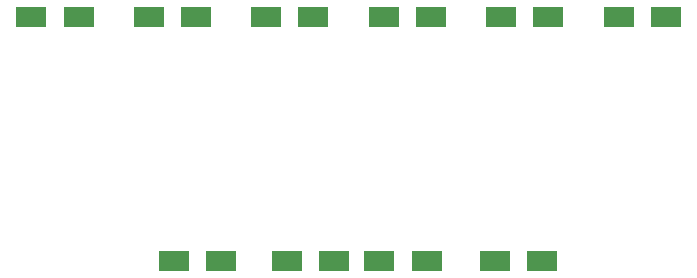
<source format=gbr>
%TF.GenerationSoftware,KiCad,Pcbnew,(6.0.1)*%
%TF.CreationDate,2023-01-17T21:15:05+08:00*%
%TF.ProjectId,TI99Joyadapter,54493939-4a6f-4796-9164-61707465722e,rev?*%
%TF.SameCoordinates,Original*%
%TF.FileFunction,Paste,Top*%
%TF.FilePolarity,Positive*%
%FSLAX46Y46*%
G04 Gerber Fmt 4.6, Leading zero omitted, Abs format (unit mm)*
G04 Created by KiCad (PCBNEW (6.0.1)) date 2023-01-17 21:15:05*
%MOMM*%
%LPD*%
G01*
G04 APERTURE LIST*
%ADD10R,2.500000X1.800000*%
G04 APERTURE END LIST*
D10*
%TO.C,D4*%
X159914285Y-63200000D03*
X155914285Y-63200000D03*
%TD*%
%TO.C,D10*%
X159400000Y-83800000D03*
X155400000Y-83800000D03*
%TD*%
%TO.C,D9*%
X136028571Y-63200000D03*
X140028571Y-63200000D03*
%TD*%
%TO.C,D2*%
X149971428Y-63200000D03*
X145971428Y-63200000D03*
%TD*%
%TO.C,D1*%
X128200000Y-83800000D03*
X132200000Y-83800000D03*
%TD*%
%TO.C,D7*%
X137800000Y-83800000D03*
X141800000Y-83800000D03*
%TD*%
%TO.C,D8*%
X149600000Y-83800000D03*
X145600000Y-83800000D03*
%TD*%
%TO.C,D6*%
X169857142Y-63200000D03*
X165857142Y-63200000D03*
%TD*%
%TO.C,D3*%
X116142857Y-63200000D03*
X120142857Y-63200000D03*
%TD*%
%TO.C,D5*%
X126085714Y-63200000D03*
X130085714Y-63200000D03*
%TD*%
M02*

</source>
